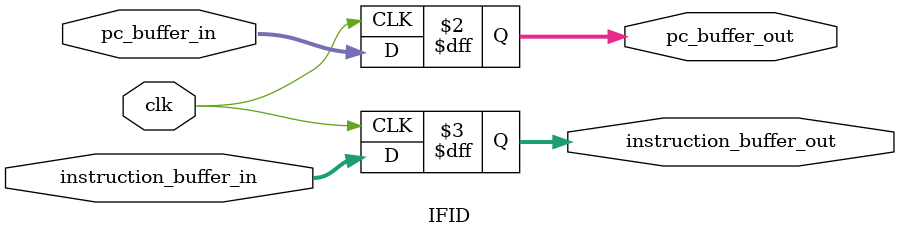
<source format=v>
module IFID(
	input clk,
	input [63:0] pc_buffer_in,
	input [31:0] instruction_buffer_in,
	output reg [63:0] pc_buffer_out,
	output reg [31:0] instruction_buffer_out
);

always @(posedge clk)
begin
	pc_buffer_out = pc_buffer_in;
	instruction_buffer_out = instruction_buffer_in;
end

endmodule
</source>
